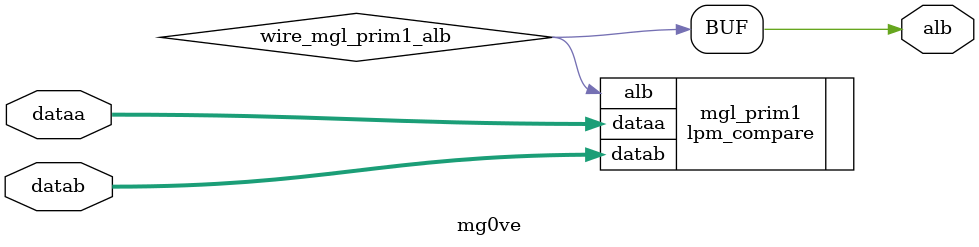
<source format=v>






//synthesis_resources = lpm_compare 1 
//synopsys translate_off
`timescale 1 ps / 1 ps
//synopsys translate_on
module  mg0ve
	( 
	alb,
	dataa,
	datab) /* synthesis synthesis_clearbox=1 */;
	output   alb;
	input   [17:0]  dataa;
	input   [17:0]  datab;

	wire  wire_mgl_prim1_alb;

	lpm_compare   mgl_prim1
	( 
	.alb(wire_mgl_prim1_alb),
	.dataa(dataa),
	.datab(datab));
	defparam
		mgl_prim1.lpm_representation = "UNSIGNED",
		mgl_prim1.lpm_type = "LPM_COMPARE",
		mgl_prim1.lpm_width = 18,
		mgl_prim1.lpm_hint = "ONE_INPUT_IS_CONSTANT=YES";
	assign
		alb = wire_mgl_prim1_alb;
endmodule //mg0ve
//VALID FILE

</source>
